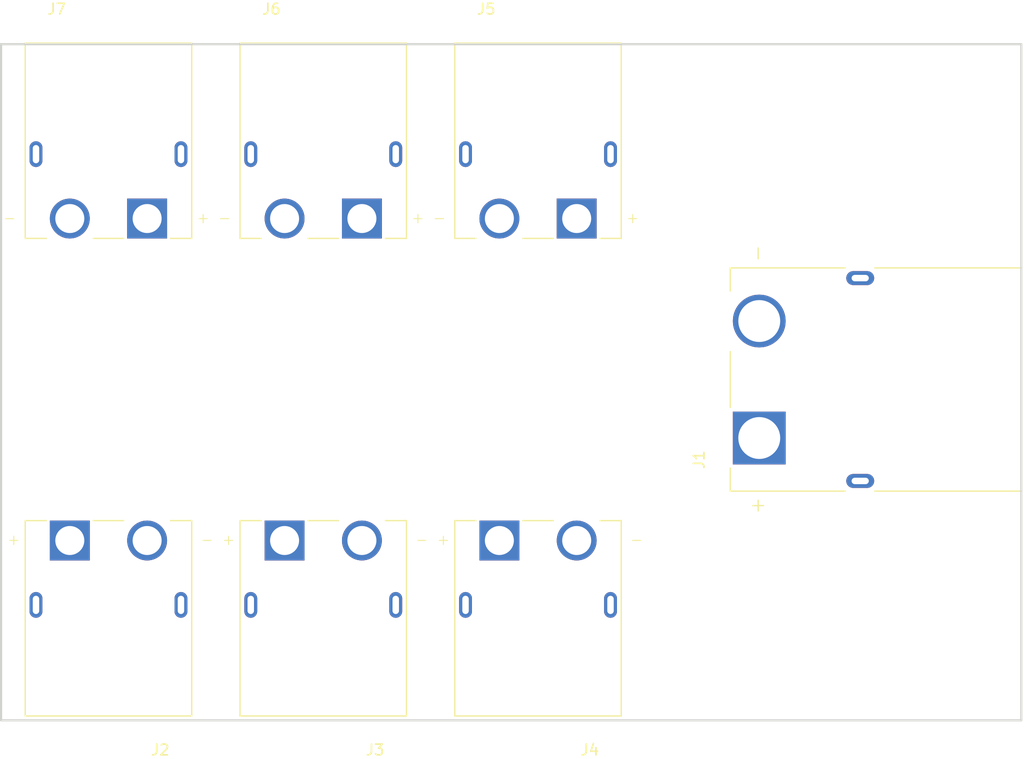
<source format=kicad_pcb>
(kicad_pcb (version 20240108) (generator "pcbnew") (generator_version "8.0")
  (layers (0 "F.Cu" signal) (31 "B.Cu" signal) (34 "B.Paste" user) (35 "F.Paste" user) (36 "B.SilkS" user "B.Silkscreen") (37 "F.SilkS" user "F.Silkscreen") (38 "B.Mask" user) (39 "F.Mask" user) (44 "Edge.Cuts" user))
  (net 0 "")
  (net 1 "Net-(J1-NEG)")
  (net 2 "Net-(J1-POS)")
  (footprint "XT footprints:AMASS_XT90PW-M" (layer "F.Cu") (at 184 93.245 90)
    (property "Reference" "J1" (at -7.475 -15.005 90) (layer "F.SilkS"))
    (property "Value" "XT90PW-M")
    (fp_line (start 10.4 -12.1) (end 8.25 -12.1) (stroke (width 0.127)) (layer "F.SilkS"))
    (fp_line (start -2.6 -12.1) (end 2.6 -12.1) (stroke (width 0.127)) (layer "F.SilkS"))
    (fp_line (start -8.25 -12.1) (end -10.4 -12.1) (stroke (width 0.127)) (layer "F.SilkS"))
    (fp_line (start -10.4 -12.1) (end -10.4 -1.4) (stroke (width 0.127)) (layer "F.SilkS"))
    (fp_line (start 11.25 -9.5) (end 12.25 -9.5) (stroke (width 0.127)) (layer "F.SilkS"))
    (fp_line (start -11.25 -9.5) (end -12.25 -9.5) (stroke (width 0.127)) (layer "F.SilkS"))
    (fp_line (start -11.75 -9) (end -11.75 -10) (stroke (width 0.127)) (layer "F.SilkS"))
    (fp_line (start 10.4 -1.4) (end 10.4 -12.1) (stroke (width 0.127)) (layer "F.SilkS"))
    (fp_line (start -10.4 1.35) (end -10.4 15) (stroke (width 0.127)) (layer "F.SilkS"))
    (fp_line (start 10.4 15) (end 10.4 1.35) (stroke (width 0.127)) (layer "F.SilkS"))
    (fp_line (start -10.4 15) (end 10.4 15) (stroke (width 0.127)) (layer "F.SilkS"))
    (pad "N" thru_hole circle (at 5.45 -9.4 90) (size 4.916 4.916) (drill 3.9) (layers "*.Cu" "*.Mask") (net 1 "Net-(J1-NEG)"))
    (pad "P" thru_hole rect (at -5.45 -9.4 90) (size 4.916 4.916) (drill 3.9) (layers "*.Cu" "*.Mask") (net 2 "Net-(J1-POS)"))
    (pad "S1" thru_hole oval (at -9.45 0 90) (size 1.3 2.6) (drill oval 0.6 1.6) (layers "*.Cu" "*.Mask"))
    (pad "S2" thru_hole oval (at 9.45 0 90) (size 1.3 2.6) (drill oval 0.6 1.6) (layers "*.Cu" "*.Mask"))
  )
  (footprint "XT footprints:AMASS_XT60PW-M" (layer "F.Cu") (at 114 73.245 180)
    (property "Reference" "J7" (at 4.8236 14.51498 0) (layer "F.SilkS") (effects (font (size 1.000441 1.000441))))
    (property "Value" "XT60PW-M")
    (fp_line (start 7.75 11.35) (end 7.75 -6.85) (stroke (width 0.127)) (layer "F.SilkS"))
    (fp_line (start 7.75 -6.85) (end 5.778 -6.85) (stroke (width 0.127)) (layer "F.SilkS"))
    (fp_line (start 1.422 -6.85) (end -1.422 -6.85) (stroke (width 0.127)) (layer "F.SilkS"))
    (fp_line (start -7.75 11.35) (end 7.75 11.35) (stroke (width 0.127)) (layer "F.SilkS"))
    (fp_line (start -7.75 -6.85) (end -5.778 -6.85) (stroke (width 0.127)) (layer "F.SilkS"))
    (fp_line (start -7.75 -6.85) (end -7.75 11.35) (stroke (width 0.127)) (layer "F.SilkS"))
    (fp_text user "-" (at 8.5 -4.5 180) (layer "F.SilkS") (effects (font (thickness 0.1)) (justify left bottom)))
    (fp_text user "+" (at -9.5 -4.5 180) (layer "F.SilkS") (effects (font (thickness 0.1)) (justify left bottom)))
    (pad "N" thru_hole circle (at 3.6 -5) (size 3.716 3.716) (drill 2.7) (layers "*.Cu" "*.Mask") (net 1 "Net-(J1-NEG)"))
    (pad "P" thru_hole rect (at -3.6 -5) (size 3.716 3.716) (drill 2.7) (layers "*.Cu" "*.Mask") (net 2 "Net-(J1-POS)"))
    (pad "S1" thru_hole oval (at -6.75 1) (size 1.2 2.4) (drill oval 0.6 1.7) (layers "*.Cu" "*.Mask"))
    (pad "S2" thru_hole oval (at 6.75 1) (size 1.2 2.4) (drill oval 0.6 1.7) (layers "*.Cu" "*.Mask"))
  )
  (footprint "XT footprints:AMASS_XT60PW-M" (layer "F.Cu") (at 154 73.245 180)
    (property "Reference" "J5" (at 4.8236 14.51498 0) (layer "F.SilkS") (effects (font (size 1.000441 1.000441))))
    (property "Value" "XT60PW-M")
    (fp_line (start 7.75 11.35) (end 7.75 -6.85) (stroke (width 0.127)) (layer "F.SilkS"))
    (fp_line (start 7.75 -6.85) (end 5.778 -6.85) (stroke (width 0.127)) (layer "F.SilkS"))
    (fp_line (start 1.422 -6.85) (end -1.422 -6.85) (stroke (width 0.127)) (layer "F.SilkS"))
    (fp_line (start -7.75 11.35) (end 7.75 11.35) (stroke (width 0.127)) (layer "F.SilkS"))
    (fp_line (start -7.75 -6.85) (end -5.778 -6.85) (stroke (width 0.127)) (layer "F.SilkS"))
    (fp_line (start -7.75 -6.85) (end -7.75 11.35) (stroke (width 0.127)) (layer "F.SilkS"))
    (fp_text user "+" (at -9.5 -4.5 180) (layer "F.SilkS") (effects (font (thickness 0.1)) (justify left bottom)))
    (fp_text user "-" (at 8.5 -4.5 180) (layer "F.SilkS") (effects (font (thickness 0.1)) (justify left bottom)))
    (pad "N" thru_hole circle (at 3.6 -5) (size 3.716 3.716) (drill 2.7) (layers "*.Cu" "*.Mask") (net 1 "Net-(J1-NEG)"))
    (pad "P" thru_hole rect (at -3.6 -5) (size 3.716 3.716) (drill 2.7) (layers "*.Cu" "*.Mask") (net 2 "Net-(J1-POS)"))
    (pad "S1" thru_hole oval (at -6.75 1) (size 1.2 2.4) (drill oval 0.6 1.7) (layers "*.Cu" "*.Mask"))
    (pad "S2" thru_hole oval (at 6.75 1) (size 1.2 2.4) (drill oval 0.6 1.7) (layers "*.Cu" "*.Mask"))
  )
  (footprint "XT footprints:AMASS_XT60PW-M" (layer "F.Cu") (at 154 113.245)
    (property "Reference" "J4" (at 4.8236 14.51498 180) (layer "F.SilkS") (effects (font (size 1.000441 1.000441))))
    (property "Value" "XT60PW-M")
    (fp_line (start -7.75 -6.85) (end -7.75 11.35) (stroke (width 0.127)) (layer "F.SilkS"))
    (fp_line (start -7.75 -6.85) (end -5.778 -6.85) (stroke (width 0.127)) (layer "F.SilkS"))
    (fp_line (start -7.75 11.35) (end 7.75 11.35) (stroke (width 0.127)) (layer "F.SilkS"))
    (fp_line (start 1.422 -6.85) (end -1.422 -6.85) (stroke (width 0.127)) (layer "F.SilkS"))
    (fp_line (start 7.75 -6.85) (end 5.778 -6.85) (stroke (width 0.127)) (layer "F.SilkS"))
    (fp_line (start 7.75 11.35) (end 7.75 -6.85) (stroke (width 0.127)) (layer "F.SilkS"))
    (fp_text user "-" (at 8.5 -4.5 0) (layer "F.SilkS") (effects (font (thickness 0.1)) (justify left bottom)))
    (fp_text user "+" (at -9.5 -4.5 0) (layer "F.SilkS") (effects (font (thickness 0.1)) (justify left bottom)))
    (pad "N" thru_hole circle (at 3.6 -5 180) (size 3.716 3.716) (drill 2.7) (layers "*.Cu" "*.Mask") (net 1 "Net-(J1-NEG)"))
    (pad "P" thru_hole rect (at -3.6 -5 180) (size 3.716 3.716) (drill 2.7) (layers "*.Cu" "*.Mask") (net 2 "Net-(J1-POS)"))
    (pad "S1" thru_hole oval (at -6.75 1 180) (size 1.2 2.4) (drill oval 0.6 1.7) (layers "*.Cu" "*.Mask"))
    (pad "S2" thru_hole oval (at 6.75 1 180) (size 1.2 2.4) (drill oval 0.6 1.7) (layers "*.Cu" "*.Mask"))
  )
  (footprint "XT footprints:AMASS_XT60PW-M" (layer "F.Cu") (at 114 113.245)
    (property "Reference" "J2" (at 4.8236 14.51498 180) (layer "F.SilkS") (effects (font (size 1.000441 1.000441))))
    (property "Value" "XT60PW-M")
    (fp_line (start -7.75 -6.85) (end -7.75 11.35) (stroke (width 0.127)) (layer "F.SilkS"))
    (fp_line (start -7.75 -6.85) (end -5.778 -6.85) (stroke (width 0.127)) (layer "F.SilkS"))
    (fp_line (start -7.75 11.35) (end 7.75 11.35) (stroke (width 0.127)) (layer "F.SilkS"))
    (fp_line (start 1.422 -6.85) (end -1.422 -6.85) (stroke (width 0.127)) (layer "F.SilkS"))
    (fp_line (start 7.75 -6.85) (end 5.778 -6.85) (stroke (width 0.127)) (layer "F.SilkS"))
    (fp_line (start 7.75 11.35) (end 7.75 -6.85) (stroke (width 0.127)) (layer "F.SilkS"))
    (fp_text user "-" (at 8.5 -4.5 0) (layer "F.SilkS") (effects (font (thickness 0.1)) (justify left bottom)))
    (fp_text user "+" (at -9.5 -4.5 0) (layer "F.SilkS") (effects (font (thickness 0.1)) (justify left bottom)))
    (pad "N" thru_hole circle (at 3.6 -5 180) (size 3.716 3.716) (drill 2.7) (layers "*.Cu" "*.Mask") (net 1 "Net-(J1-NEG)"))
    (pad "P" thru_hole rect (at -3.6 -5 180) (size 3.716 3.716) (drill 2.7) (layers "*.Cu" "*.Mask") (net 2 "Net-(J1-POS)"))
    (pad "S1" thru_hole oval (at -6.75 1 180) (size 1.2 2.4) (drill oval 0.6 1.7) (layers "*.Cu" "*.Mask"))
    (pad "S2" thru_hole oval (at 6.75 1 180) (size 1.2 2.4) (drill oval 0.6 1.7) (layers "*.Cu" "*.Mask"))
  )
  (footprint "XT footprints:AMASS_XT60PW-M" (layer "F.Cu") (at 134 113.245)
    (property "Reference" "J3" (at 4.8236 14.51498 180) (layer "F.SilkS") (effects (font (size 1.000441 1.000441))))
    (property "Value" "XT60PW-M")
    (fp_line (start -7.75 -6.85) (end -7.75 11.35) (stroke (width 0.127)) (layer "F.SilkS"))
    (fp_line (start -7.75 -6.85) (end -5.778 -6.85) (stroke (width 0.127)) (layer "F.SilkS"))
    (fp_line (start -7.75 11.35) (end 7.75 11.35) (stroke (width 0.127)) (layer "F.SilkS"))
    (fp_line (start 1.422 -6.85) (end -1.422 -6.85) (stroke (width 0.127)) (layer "F.SilkS"))
    (fp_line (start 7.75 -6.85) (end 5.778 -6.85) (stroke (width 0.127)) (layer "F.SilkS"))
    (fp_line (start 7.75 11.35) (end 7.75 -6.85) (stroke (width 0.127)) (layer "F.SilkS"))
    (fp_text user "+" (at -9.5 -4.5 0) (layer "F.SilkS") (effects (font (thickness 0.1)) (justify left bottom)))
    (fp_text user "-" (at 8.5 -4.5 0) (layer "F.SilkS") (effects (font (thickness 0.1)) (justify left bottom)))
    (pad "N" thru_hole circle (at 3.6 -5 180) (size 3.716 3.716) (drill 2.7) (layers "*.Cu" "*.Mask") (net 1 "Net-(J1-NEG)"))
    (pad "P" thru_hole rect (at -3.6 -5 180) (size 3.716 3.716) (drill 2.7) (layers "*.Cu" "*.Mask") (net 2 "Net-(J1-POS)"))
    (pad "S1" thru_hole oval (at -6.75 1 180) (size 1.2 2.4) (drill oval 0.6 1.7) (layers "*.Cu" "*.Mask"))
    (pad "S2" thru_hole oval (at 6.75 1 180) (size 1.2 2.4) (drill oval 0.6 1.7) (layers "*.Cu" "*.Mask"))
  )
  (footprint "XT footprints:AMASS_XT60PW-M" (layer "F.Cu") (at 134 73.245 180)
    (property "Reference" "J6" (at 4.8236 14.51498 0) (layer "F.SilkS") (effects (font (size 1.000441 1.000441))))
    (property "Value" "XT60PW-M")
    (fp_line (start 7.75 11.35) (end 7.75 -6.85) (stroke (width 0.127)) (layer "F.SilkS"))
    (fp_line (start 7.75 -6.85) (end 5.778 -6.85) (stroke (width 0.127)) (layer "F.SilkS"))
    (fp_line (start 1.422 -6.85) (end -1.422 -6.85) (stroke (width 0.127)) (layer "F.SilkS"))
    (fp_line (start -7.75 11.35) (end 7.75 11.35) (stroke (width 0.127)) (layer "F.SilkS"))
    (fp_line (start -7.75 -6.85) (end -5.778 -6.85) (stroke (width 0.127)) (layer "F.SilkS"))
    (fp_line (start -7.75 -6.85) (end -7.75 11.35) (stroke (width 0.127)) (layer "F.SilkS"))
    (fp_text user "-" (at 8.5 -4.5 180) (layer "F.SilkS") (effects (font (thickness 0.1)) (justify left bottom)))
    (fp_text user "+" (at -9.5 -4.5 180) (layer "F.SilkS") (effects (font (thickness 0.1)) (justify left bottom)))
    (pad "N" thru_hole circle (at 3.6 -5) (size 3.716 3.716) (drill 2.7) (layers "*.Cu" "*.Mask") (net 1 "Net-(J1-NEG)"))
    (pad "P" thru_hole rect (at -3.6 -5) (size 3.716 3.716) (drill 2.7) (layers "*.Cu" "*.Mask") (net 2 "Net-(J1-POS)"))
    (pad "S1" thru_hole oval (at -6.75 1) (size 1.2 2.4) (drill oval 0.6 1.7) (layers "*.Cu" "*.Mask"))
    (pad "S2" thru_hole oval (at 6.75 1) (size 1.2 2.4) (drill oval 0.6 1.7) (layers "*.Cu" "*.Mask"))
  )
  (gr_rect (start 104 62) (end 199 125) (stroke (width 0.2)) (fill none) (layer "Edge.Cuts"))
)
</source>
